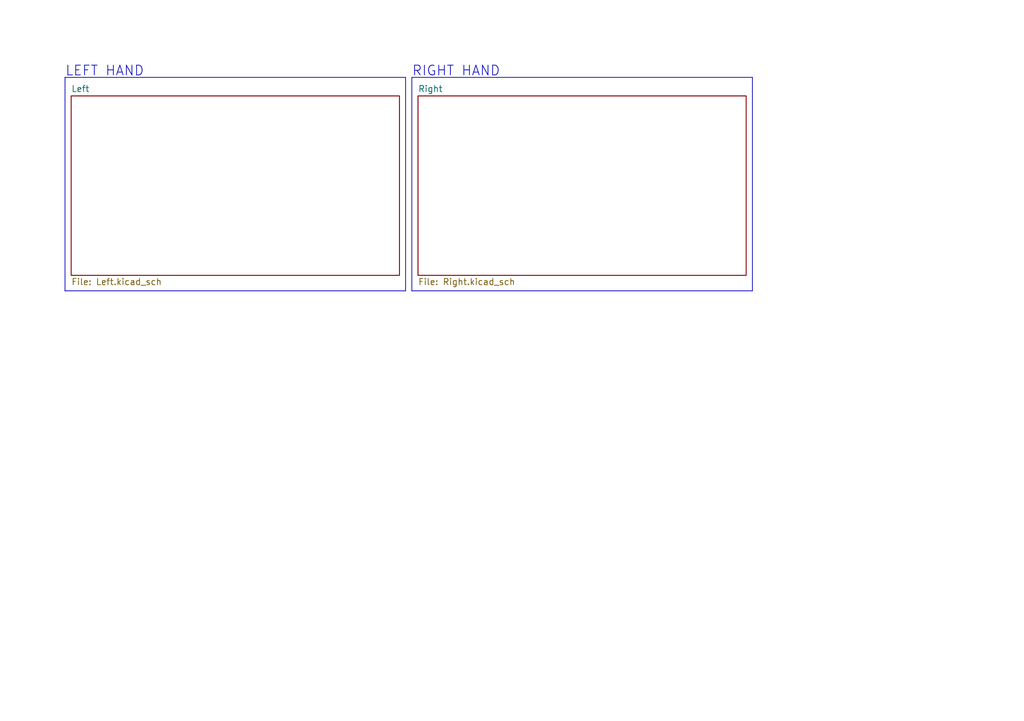
<source format=kicad_sch>
(kicad_sch (version 20211123) (generator eeschema)
  (paper "A5")
  (title_block (title "ISS: International Standard Split") (date "2022-03-25") (rev "1") (company "TapTap"))
  (lib_symbols)
  (polyline (pts (xy 83.185 59.69) (xy 83.185 15.875)) (stroke (width 0) (type solid)))
  (polyline (pts (xy 13.335 15.875) (xy 83.185 15.875)) (stroke (width 0) (type solid)))
  (polyline (pts (xy 84.455 15.875) (xy 84.455 59.69)) (stroke (width 0) (type solid)))
  (polyline (pts (xy 84.455 59.69) (xy 154.305 59.69)) (stroke (width 0) (type solid)))
  (polyline (pts (xy 13.335 15.875) (xy 13.335 59.69)) (stroke (width 0) (type solid)))
  (polyline (pts (xy 154.305 59.69) (xy 154.305 15.875)) (stroke (width 0) (type solid)))
  (polyline (pts (xy 84.455 15.875) (xy 154.305 15.875)) (stroke (width 0) (type solid)))
  (polyline (pts (xy 13.335 59.69) (xy 83.185 59.69)) (stroke (width 0) (type solid)))
  (text "RIGHT HAND" (at 84.455 15.875 0) (effects (font (size 2 2)) (justify left bottom)))
  (text "LEFT HAND" (at 13.335 15.875 0) (effects (font (size 2 2)) (justify left bottom)))
  (sheet (at 14.605 19.685) (size 67.31 36.83) (stroke (width 0.1524))
    (property "Sheet name" "Left" (at 14.605 18.9734 0) (effects (justify left bottom)))
    (property "Sheet file" "Left.kicad_sch" (at 14.605 57.0996 0) (effects (justify left top)))
  )
  (sheet (at 85.725 19.685) (size 67.31 36.83) (stroke (width 0.1524))
    (property "Sheet name" "Right " (at 85.725 18.9734 0) (effects (justify left bottom)))
    (property "Sheet file" "Right.kicad_sch" (at 85.725 57.0996 0) (effects (justify left top)))
  )
)
</source>
